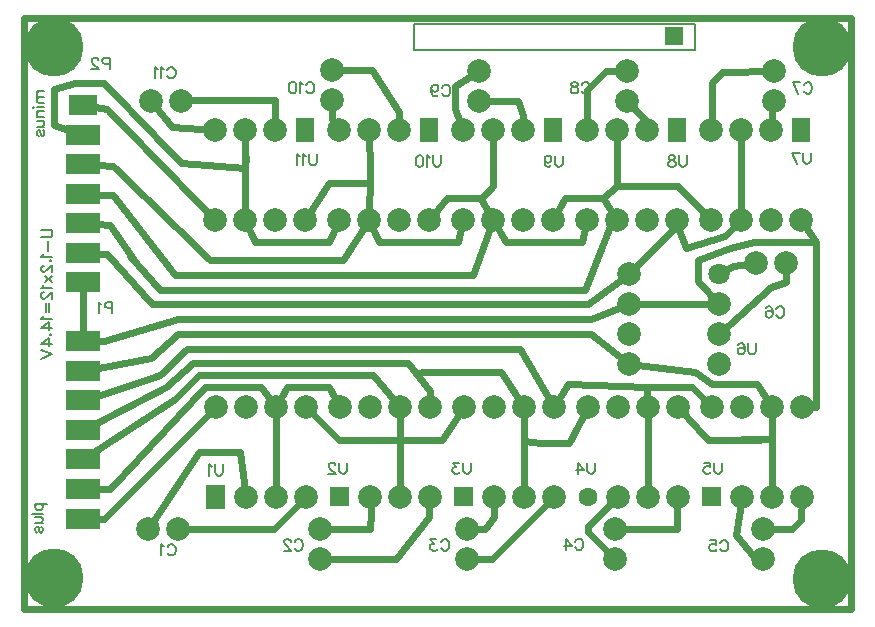
<source format=gbl>
G04 Layer: BottomLayer*
G04 EasyEDA v6.4.25, 2021-10-09T05:44:53+02:00*
G04 3c18a9597c8044bdbc100f5c1c0a61b4,11806c6667b54f078b534f3636c84428,10*
G04 Gerber Generator version 0.2*
G04 Scale: 100 percent, Rotated: No, Reflected: No *
G04 Dimensions in millimeters *
G04 leading zeros omitted , absolute positions ,4 integer and 5 decimal *
%FSLAX45Y45*%
%MOMM*%

%ADD11R,3.0000X1.8000*%
%ADD12R,2.4000X1.8000*%
%ADD13R,1.6002X2.0000*%
%ADD14C,2.0000*%
%ADD16C,1.6002*%
%ADD17C,1.8000*%
%ADD18C,5.0000*%
%ADD19C,0.5999*%
%ADD20C,0.2000*%
%ADD21C,0.2032*%
%ADD22R,1.5240X1.5240*%

%LPD*%
D21*
X745236Y2594102D02*
G01*
X745236Y2498852D01*
X745236Y2594102D02*
G01*
X704342Y2594102D01*
X690371Y2589529D01*
X686054Y2585212D01*
X681736Y2576068D01*
X681736Y2562352D01*
X686054Y2553207D01*
X690371Y2548636D01*
X704342Y2544063D01*
X745236Y2544063D01*
X651255Y2576068D02*
G01*
X642620Y2580639D01*
X628904Y2594102D01*
X628904Y2498852D01*
X722629Y4663439D02*
G01*
X722629Y4567936D01*
X722629Y4663439D02*
G01*
X681736Y4663439D01*
X668020Y4658868D01*
X663447Y4654295D01*
X658876Y4645152D01*
X658876Y4631436D01*
X663447Y4622545D01*
X668020Y4617973D01*
X681736Y4613402D01*
X722629Y4613402D01*
X624331Y4640579D02*
G01*
X624331Y4645152D01*
X620013Y4654295D01*
X615442Y4658868D01*
X606297Y4663439D01*
X588010Y4663439D01*
X579120Y4658868D01*
X574547Y4654295D01*
X569976Y4645152D01*
X569976Y4636007D01*
X574547Y4627118D01*
X583437Y4613402D01*
X628904Y4567936D01*
X565404Y4567936D01*
X1679193Y1219962D02*
G01*
X1679193Y1151636D01*
X1674622Y1138173D01*
X1665224Y1129029D01*
X1652015Y1124457D01*
X1642872Y1124457D01*
X1629156Y1129029D01*
X1619758Y1138173D01*
X1615440Y1151636D01*
X1615440Y1219962D01*
X1585722Y1201673D02*
G01*
X1576324Y1206245D01*
X1562608Y1219962D01*
X1562608Y1124457D01*
X2729738Y1234439D02*
G01*
X2729738Y1166113D01*
X2725165Y1152652D01*
X2716022Y1143507D01*
X2702559Y1138936D01*
X2693415Y1138936D01*
X2679700Y1143507D01*
X2670556Y1152652D01*
X2665984Y1166113D01*
X2665984Y1234439D01*
X2631440Y1211579D02*
G01*
X2631440Y1216152D01*
X2627122Y1225295D01*
X2622550Y1229868D01*
X2613406Y1234439D01*
X2595118Y1234439D01*
X2586227Y1229868D01*
X2581656Y1225295D01*
X2577084Y1216152D01*
X2577084Y1207007D01*
X2581656Y1198118D01*
X2590545Y1184402D01*
X2636011Y1138936D01*
X2572511Y1138936D01*
X3780027Y1234439D02*
G01*
X3780027Y1166113D01*
X3775456Y1152652D01*
X3766311Y1143507D01*
X3752850Y1138936D01*
X3743706Y1138936D01*
X3729990Y1143507D01*
X3720845Y1152652D01*
X3716274Y1166113D01*
X3716274Y1234439D01*
X3677411Y1234439D02*
G01*
X3627374Y1234439D01*
X3654552Y1198118D01*
X3640836Y1198118D01*
X3631945Y1193545D01*
X3627374Y1188973D01*
X3622802Y1175257D01*
X3622802Y1166113D01*
X3627374Y1152652D01*
X3636518Y1143507D01*
X3649979Y1138936D01*
X3663695Y1138936D01*
X3677411Y1143507D01*
X3681729Y1148079D01*
X3686302Y1157223D01*
X4830318Y1234439D02*
G01*
X4830318Y1166113D01*
X4825745Y1152652D01*
X4816602Y1143507D01*
X4803140Y1138936D01*
X4793995Y1138936D01*
X4780279Y1143507D01*
X4771136Y1152652D01*
X4766563Y1166113D01*
X4766563Y1234439D01*
X4691125Y1234439D02*
G01*
X4736591Y1170686D01*
X4668520Y1170686D01*
X4691125Y1234439D02*
G01*
X4691125Y1138936D01*
X5904991Y1234947D02*
G01*
X5904991Y1166621D01*
X5900420Y1153160D01*
X5891275Y1144015D01*
X5877813Y1139444D01*
X5868670Y1139444D01*
X5854954Y1144015D01*
X5845809Y1153160D01*
X5841238Y1166621D01*
X5841238Y1234947D01*
X5756909Y1234947D02*
G01*
X5802375Y1234947D01*
X5806693Y1194054D01*
X5802375Y1198626D01*
X5788659Y1202944D01*
X5774943Y1202944D01*
X5761481Y1198626D01*
X5752338Y1189481D01*
X5747765Y1175765D01*
X5747765Y1166621D01*
X5752338Y1153160D01*
X5761481Y1144015D01*
X5774943Y1139444D01*
X5788659Y1139444D01*
X5802375Y1144015D01*
X5806693Y1148587D01*
X5811265Y1157731D01*
X6193027Y2246121D02*
G01*
X6193027Y2177795D01*
X6188709Y2164334D01*
X6179311Y2155189D01*
X6166104Y2150618D01*
X6156959Y2150618D01*
X6143243Y2155189D01*
X6133845Y2164334D01*
X6129527Y2177795D01*
X6129527Y2246121D01*
X6044945Y2232405D02*
G01*
X6049772Y2241550D01*
X6062979Y2246121D01*
X6072377Y2246121D01*
X6086093Y2241550D01*
X6094729Y2227834D01*
X6099556Y2205228D01*
X6099556Y2182368D01*
X6094729Y2164334D01*
X6086093Y2155189D01*
X6072377Y2150618D01*
X6067806Y2150618D01*
X6054090Y2155189D01*
X6044945Y2164334D01*
X6040627Y2177795D01*
X6040627Y2182368D01*
X6044945Y2196084D01*
X6054090Y2205228D01*
X6067806Y2209800D01*
X6072377Y2209800D01*
X6086093Y2205228D01*
X6094729Y2196084D01*
X6099556Y2182368D01*
X6657340Y3858768D02*
G01*
X6657340Y3790442D01*
X6652768Y3776979D01*
X6643624Y3767836D01*
X6630161Y3763263D01*
X6621018Y3763263D01*
X6607302Y3767836D01*
X6598158Y3776979D01*
X6593586Y3790442D01*
X6593586Y3858768D01*
X6500113Y3858768D02*
G01*
X6545579Y3763263D01*
X6563613Y3858768D02*
G01*
X6500113Y3858768D01*
X5606795Y3835907D02*
G01*
X5606795Y3767581D01*
X5602224Y3754120D01*
X5593079Y3744976D01*
X5579618Y3740404D01*
X5570474Y3740404D01*
X5556758Y3744976D01*
X5547613Y3754120D01*
X5543041Y3767581D01*
X5543041Y3835907D01*
X5490463Y3835907D02*
G01*
X5504179Y3831336D01*
X5508497Y3822192D01*
X5508497Y3813047D01*
X5504179Y3803904D01*
X5495036Y3799586D01*
X5476747Y3795013D01*
X5463286Y3790442D01*
X5454141Y3781297D01*
X5449570Y3772154D01*
X5449570Y3758692D01*
X5454141Y3749547D01*
X5458713Y3744976D01*
X5472175Y3740404D01*
X5490463Y3740404D01*
X5504179Y3744976D01*
X5508497Y3749547D01*
X5513070Y3758692D01*
X5513070Y3772154D01*
X5508497Y3781297D01*
X5499608Y3790442D01*
X5485891Y3795013D01*
X5467604Y3799586D01*
X5458713Y3803904D01*
X5454141Y3813047D01*
X5454141Y3822192D01*
X5458713Y3831336D01*
X5472175Y3835907D01*
X5490463Y3835907D01*
X4556252Y3833621D02*
G01*
X4556252Y3765295D01*
X4551679Y3751834D01*
X4542536Y3742689D01*
X4529074Y3738118D01*
X4519929Y3738118D01*
X4506213Y3742689D01*
X4497070Y3751834D01*
X4492497Y3765295D01*
X4492497Y3833621D01*
X4403597Y3801618D02*
G01*
X4408170Y3788155D01*
X4417059Y3779012D01*
X4430775Y3774439D01*
X4435347Y3774439D01*
X4449063Y3779012D01*
X4457954Y3788155D01*
X4462525Y3801618D01*
X4462525Y3806189D01*
X4457954Y3819905D01*
X4449063Y3829050D01*
X4435347Y3833621D01*
X4430775Y3833621D01*
X4417059Y3829050D01*
X4408170Y3819905D01*
X4403597Y3801618D01*
X4403597Y3779012D01*
X4408170Y3756405D01*
X4417059Y3742689D01*
X4430775Y3738118D01*
X4439920Y3738118D01*
X4453636Y3742689D01*
X4457954Y3751834D01*
X3525011Y3836415D02*
G01*
X3525011Y3768089D01*
X3520440Y3754628D01*
X3511295Y3745484D01*
X3497834Y3740912D01*
X3488690Y3740912D01*
X3474974Y3745484D01*
X3465829Y3754628D01*
X3461258Y3768089D01*
X3461258Y3836415D01*
X3431286Y3818128D02*
G01*
X3422395Y3822700D01*
X3408679Y3836415D01*
X3408679Y3740912D01*
X3351275Y3836415D02*
G01*
X3364991Y3831844D01*
X3374136Y3818128D01*
X3378708Y3795521D01*
X3378708Y3781805D01*
X3374136Y3759200D01*
X3364991Y3745484D01*
X3351275Y3740912D01*
X3342386Y3740912D01*
X3328670Y3745484D01*
X3319525Y3759200D01*
X3314954Y3781805D01*
X3314954Y3795521D01*
X3319525Y3818128D01*
X3328670Y3831844D01*
X3342386Y3836415D01*
X3351275Y3836415D01*
X2476754Y3847084D02*
G01*
X2476754Y3778757D01*
X2472181Y3765295D01*
X2463038Y3756152D01*
X2449575Y3751579D01*
X2440431Y3751579D01*
X2426715Y3756152D01*
X2417572Y3765295D01*
X2413000Y3778757D01*
X2413000Y3847084D01*
X2383027Y3828795D02*
G01*
X2374138Y3833368D01*
X2360422Y3847084D01*
X2360422Y3751579D01*
X2330450Y3828795D02*
G01*
X2321306Y3833368D01*
X2307590Y3847084D01*
X2307590Y3751579D01*
X1212088Y522731D02*
G01*
X1216406Y531876D01*
X1225804Y541020D01*
X1235202Y545592D01*
X1253236Y545592D01*
X1261872Y541020D01*
X1271270Y531876D01*
X1275588Y522731D01*
X1280668Y509270D01*
X1280668Y486410D01*
X1275588Y472694D01*
X1271270Y463804D01*
X1261872Y454660D01*
X1253236Y450087D01*
X1235202Y450087D01*
X1225804Y454660D01*
X1216406Y463804D01*
X1212088Y472694D01*
X1182370Y527304D02*
G01*
X1172972Y531876D01*
X1159255Y545592D01*
X1159255Y450087D01*
X6364477Y2534665D02*
G01*
X6368795Y2543810D01*
X6377940Y2552954D01*
X6387084Y2557526D01*
X6405372Y2557526D01*
X6414261Y2552954D01*
X6423406Y2543810D01*
X6427977Y2534665D01*
X6432550Y2521204D01*
X6432550Y2498344D01*
X6427977Y2484628D01*
X6423406Y2475737D01*
X6414261Y2466594D01*
X6405372Y2462021D01*
X6387084Y2462021D01*
X6377940Y2466594D01*
X6368795Y2475737D01*
X6364477Y2484628D01*
X6279895Y2543810D02*
G01*
X6284468Y2552954D01*
X6297929Y2557526D01*
X6307074Y2557526D01*
X6320790Y2552954D01*
X6329934Y2539237D01*
X6334252Y2516631D01*
X6334252Y2493771D01*
X6329934Y2475737D01*
X6320790Y2466594D01*
X6307074Y2462021D01*
X6302502Y2462021D01*
X6289040Y2466594D01*
X6279895Y2475737D01*
X6275324Y2489200D01*
X6275324Y2493771D01*
X6279895Y2507487D01*
X6289040Y2516631D01*
X6302502Y2521204D01*
X6307074Y2521204D01*
X6320790Y2516631D01*
X6329934Y2507487D01*
X6334252Y2493771D01*
X5891784Y557021D02*
G01*
X5896102Y566165D01*
X5905245Y575310D01*
X5914390Y579881D01*
X5932677Y579881D01*
X5941568Y575310D01*
X5950711Y566165D01*
X5955284Y557021D01*
X5959856Y543560D01*
X5959856Y520700D01*
X5955284Y506984D01*
X5950711Y498094D01*
X5941568Y488950D01*
X5932677Y484378D01*
X5914390Y484378D01*
X5905245Y488950D01*
X5896102Y498094D01*
X5891784Y506984D01*
X5807202Y579881D02*
G01*
X5852668Y579881D01*
X5857240Y538987D01*
X5852668Y543560D01*
X5838952Y547878D01*
X5825236Y547878D01*
X5811774Y543560D01*
X5802629Y534415D01*
X5798058Y520700D01*
X5798058Y511555D01*
X5802629Y498094D01*
X5811774Y488950D01*
X5825236Y484378D01*
X5838952Y484378D01*
X5852668Y488950D01*
X5857240Y493521D01*
X5861558Y502665D01*
X6600443Y4431029D02*
G01*
X6604761Y4439920D01*
X6613906Y4449063D01*
X6623050Y4453636D01*
X6641338Y4453636D01*
X6650227Y4449063D01*
X6659372Y4439920D01*
X6663943Y4431029D01*
X6668515Y4417313D01*
X6668515Y4394454D01*
X6663943Y4380737D01*
X6659372Y4371847D01*
X6650227Y4362704D01*
X6641338Y4358131D01*
X6623050Y4358131D01*
X6613906Y4362704D01*
X6604761Y4371847D01*
X6600443Y4380737D01*
X6506718Y4453636D02*
G01*
X6552184Y4358131D01*
X6570218Y4453636D02*
G01*
X6506718Y4453636D01*
X1211579Y4560823D02*
G01*
X1216406Y4569968D01*
X1225295Y4579112D01*
X1234693Y4583684D01*
X1252727Y4583684D01*
X1261363Y4579112D01*
X1270761Y4569968D01*
X1275079Y4560823D01*
X1279906Y4547362D01*
X1279906Y4524502D01*
X1275079Y4510786D01*
X1270761Y4501895D01*
X1261363Y4492752D01*
X1252727Y4488179D01*
X1234693Y4488179D01*
X1225295Y4492752D01*
X1216406Y4501895D01*
X1211579Y4510786D01*
X1181861Y4565395D02*
G01*
X1172463Y4569968D01*
X1159255Y4583684D01*
X1159255Y4488179D01*
X1129029Y4565395D02*
G01*
X1120139Y4569968D01*
X1106423Y4583684D01*
X1106423Y4488179D01*
X142239Y3205987D02*
G01*
X210565Y3205987D01*
X223773Y3201415D01*
X233171Y3192271D01*
X237489Y3178555D01*
X237489Y3169665D01*
X233171Y3155695D01*
X223773Y3146805D01*
X210565Y3141979D01*
X142239Y3141979D01*
X196850Y3112007D02*
G01*
X196850Y3030473D01*
X160273Y3000247D02*
G01*
X155955Y2991357D01*
X142239Y2977895D01*
X237489Y2977895D01*
X215137Y2943097D02*
G01*
X219455Y2947923D01*
X223773Y2943097D01*
X219455Y2938779D01*
X215137Y2943097D01*
X165100Y2903981D02*
G01*
X160273Y2903981D01*
X151384Y2899663D01*
X146557Y2894837D01*
X142239Y2885947D01*
X142239Y2867913D01*
X146557Y2858515D01*
X151384Y2854197D01*
X160273Y2849371D01*
X169671Y2849371D01*
X178307Y2854197D01*
X192023Y2863087D01*
X237489Y2908807D01*
X237489Y2845054D01*
X173989Y2815081D02*
G01*
X237489Y2764789D01*
X173989Y2764789D02*
G01*
X237489Y2815081D01*
X160273Y2735071D02*
G01*
X155955Y2725673D01*
X142239Y2712465D01*
X237489Y2712465D01*
X165100Y2677921D02*
G01*
X160273Y2677921D01*
X151384Y2673095D01*
X146557Y2668523D01*
X142239Y2659379D01*
X142239Y2641345D01*
X146557Y2632455D01*
X151384Y2627629D01*
X160273Y2623057D01*
X169671Y2623057D01*
X178307Y2627629D01*
X192023Y2636773D01*
X237489Y2682239D01*
X237489Y2618739D01*
X183134Y2588513D02*
G01*
X183134Y2506979D01*
X210565Y2588513D02*
G01*
X210565Y2506979D01*
X160273Y2477007D02*
G01*
X155955Y2467863D01*
X142239Y2454147D01*
X237489Y2454147D01*
X142239Y2378455D02*
G01*
X205739Y2423921D01*
X205739Y2356104D01*
X142239Y2378455D02*
G01*
X237489Y2378455D01*
X219455Y2316987D02*
G01*
X223773Y2321305D01*
X219455Y2325623D01*
X215137Y2321305D01*
X219455Y2316987D01*
X228600Y2316987D01*
X237489Y2325623D01*
X142239Y2241295D02*
G01*
X205739Y2287015D01*
X205739Y2218689D01*
X142239Y2241295D02*
G01*
X237489Y2241295D01*
X142239Y2188463D02*
G01*
X237489Y2152395D01*
X142239Y2116073D02*
G01*
X237489Y2152395D01*
X93726Y887476D02*
G01*
X188976Y887476D01*
X107187Y887476D02*
G01*
X98044Y878331D01*
X93726Y869187D01*
X93726Y855726D01*
X98044Y846581D01*
X107187Y837437D01*
X120904Y832865D01*
X130047Y832865D01*
X143510Y837437D01*
X152654Y846581D01*
X157226Y855726D01*
X157226Y869187D01*
X152654Y878331D01*
X143510Y887476D01*
X61721Y802894D02*
G01*
X157226Y802894D01*
X93726Y772921D02*
G01*
X138937Y772921D01*
X152654Y768350D01*
X157226Y759205D01*
X157226Y745744D01*
X152654Y736600D01*
X138937Y722884D01*
X93726Y722884D02*
G01*
X157226Y722884D01*
X107187Y642873D02*
G01*
X98044Y647445D01*
X93726Y661162D01*
X93726Y674623D01*
X98044Y688339D01*
X107187Y692912D01*
X116331Y688339D01*
X120904Y679195D01*
X125476Y656589D01*
X130047Y647445D01*
X138937Y642873D01*
X143510Y642873D01*
X152654Y647445D01*
X157226Y661162D01*
X157226Y674623D01*
X152654Y688339D01*
X143510Y692912D01*
X106426Y4379721D02*
G01*
X169926Y4379721D01*
X124460Y4379721D02*
G01*
X110744Y4366005D01*
X106426Y4357115D01*
X106426Y4343400D01*
X110744Y4334255D01*
X124460Y4329684D01*
X169926Y4329684D01*
X124460Y4329684D02*
G01*
X110744Y4315968D01*
X106426Y4307078D01*
X106426Y4293362D01*
X110744Y4284218D01*
X124460Y4279645D01*
X169926Y4279645D01*
X74421Y4249673D02*
G01*
X78994Y4245102D01*
X74421Y4240529D01*
X69850Y4245102D01*
X74421Y4249673D01*
X106426Y4245102D02*
G01*
X169926Y4245102D01*
X106426Y4210557D02*
G01*
X169926Y4210557D01*
X124460Y4210557D02*
G01*
X110744Y4197095D01*
X106426Y4187952D01*
X106426Y4174236D01*
X110744Y4165092D01*
X124460Y4160520D01*
X169926Y4160520D01*
X106426Y4130547D02*
G01*
X151384Y4130547D01*
X165100Y4125976D01*
X169926Y4117086D01*
X169926Y4103370D01*
X165100Y4094226D01*
X151384Y4080510D01*
X106426Y4080510D02*
G01*
X169926Y4080510D01*
X119634Y4000754D02*
G01*
X110744Y4005071D01*
X106426Y4018787D01*
X106426Y4032504D01*
X110744Y4045965D01*
X119634Y4050537D01*
X129031Y4045965D01*
X133350Y4037076D01*
X138176Y4014215D01*
X142747Y4005071D01*
X151384Y4000754D01*
X156210Y4000754D01*
X165100Y4005071D01*
X169926Y4018787D01*
X169926Y4032504D01*
X165100Y4045965D01*
X156210Y4050537D01*
X2288031Y563626D02*
G01*
X2292350Y572770D01*
X2301493Y581913D01*
X2310638Y586486D01*
X2328925Y586486D01*
X2337815Y581913D01*
X2346959Y572770D01*
X2351531Y563626D01*
X2356104Y550163D01*
X2356104Y527304D01*
X2351531Y513587D01*
X2346959Y504697D01*
X2337815Y495554D01*
X2328925Y490981D01*
X2310638Y490981D01*
X2301493Y495554D01*
X2292350Y504697D01*
X2288031Y513587D01*
X2253488Y563626D02*
G01*
X2253488Y568197D01*
X2248915Y577342D01*
X2244343Y581913D01*
X2235200Y586486D01*
X2216911Y586486D01*
X2208022Y581913D01*
X2203450Y577342D01*
X2198877Y568197D01*
X2198877Y559054D01*
X2203450Y550163D01*
X2212593Y536447D01*
X2257806Y490981D01*
X2194306Y490981D01*
X3527297Y562355D02*
G01*
X3531615Y571500D01*
X3540759Y580644D01*
X3549904Y585215D01*
X3568191Y585215D01*
X3577081Y580644D01*
X3586225Y571500D01*
X3590797Y562355D01*
X3595370Y548894D01*
X3595370Y526034D01*
X3590797Y512318D01*
X3586225Y503428D01*
X3577081Y494284D01*
X3568191Y489712D01*
X3549904Y489712D01*
X3540759Y494284D01*
X3531615Y503428D01*
X3527297Y512318D01*
X3488181Y585215D02*
G01*
X3438143Y585215D01*
X3465322Y548894D01*
X3451859Y548894D01*
X3442715Y544321D01*
X3438143Y539750D01*
X3433572Y526034D01*
X3433572Y516889D01*
X3438143Y503428D01*
X3447288Y494284D01*
X3460750Y489712D01*
X3474465Y489712D01*
X3488181Y494284D01*
X3492754Y498855D01*
X3497072Y508000D01*
X4664202Y567181D02*
G01*
X4668520Y576326D01*
X4677663Y585470D01*
X4686808Y590042D01*
X4705095Y590042D01*
X4713986Y585470D01*
X4723129Y576326D01*
X4727702Y567181D01*
X4732274Y553720D01*
X4732274Y530860D01*
X4727702Y517144D01*
X4723129Y508254D01*
X4713986Y499110D01*
X4705095Y494537D01*
X4686808Y494537D01*
X4677663Y499110D01*
X4668520Y508254D01*
X4664202Y517144D01*
X4588763Y590042D02*
G01*
X4633975Y526287D01*
X4565904Y526287D01*
X4588763Y590042D02*
G01*
X4588763Y494537D01*
X4718558Y4433823D02*
G01*
X4722875Y4442968D01*
X4732020Y4452112D01*
X4741163Y4456684D01*
X4759452Y4456684D01*
X4768341Y4452112D01*
X4777486Y4442968D01*
X4782058Y4433823D01*
X4786629Y4420362D01*
X4786629Y4397502D01*
X4782058Y4383786D01*
X4777486Y4374895D01*
X4768341Y4365752D01*
X4759452Y4361179D01*
X4741163Y4361179D01*
X4732020Y4365752D01*
X4722875Y4374895D01*
X4718558Y4383786D01*
X4665725Y4456684D02*
G01*
X4679441Y4452112D01*
X4684013Y4442968D01*
X4684013Y4433823D01*
X4679441Y4424679D01*
X4670297Y4420362D01*
X4652009Y4415789D01*
X4638547Y4411218D01*
X4629404Y4402073D01*
X4624831Y4392929D01*
X4624831Y4379468D01*
X4629404Y4370323D01*
X4633975Y4365752D01*
X4647438Y4361179D01*
X4665725Y4361179D01*
X4679441Y4365752D01*
X4684013Y4370323D01*
X4688331Y4379468D01*
X4688331Y4392929D01*
X4684013Y4402073D01*
X4674870Y4411218D01*
X4661154Y4415789D01*
X4643120Y4420362D01*
X4633975Y4424679D01*
X4629404Y4433823D01*
X4629404Y4442968D01*
X4633975Y4452112D01*
X4647438Y4456684D01*
X4665725Y4456684D01*
X3535934Y4410710D02*
G01*
X3540252Y4419854D01*
X3549395Y4428997D01*
X3558540Y4433570D01*
X3576827Y4433570D01*
X3585718Y4428997D01*
X3594861Y4419854D01*
X3599434Y4410710D01*
X3604006Y4397247D01*
X3604006Y4374387D01*
X3599434Y4360671D01*
X3594861Y4351781D01*
X3585718Y4342637D01*
X3576827Y4338065D01*
X3558540Y4338065D01*
X3549395Y4342637D01*
X3540252Y4351781D01*
X3535934Y4360671D01*
X3446779Y4401565D02*
G01*
X3451352Y4388104D01*
X3460495Y4378960D01*
X3473958Y4374387D01*
X3478529Y4374387D01*
X3492245Y4378960D01*
X3501390Y4388104D01*
X3505708Y4401565D01*
X3505708Y4406137D01*
X3501390Y4419854D01*
X3492245Y4428997D01*
X3478529Y4433570D01*
X3473958Y4433570D01*
X3460495Y4428997D01*
X3451352Y4419854D01*
X3446779Y4401565D01*
X3446779Y4378960D01*
X3451352Y4356354D01*
X3460495Y4342637D01*
X3473958Y4338065D01*
X3483102Y4338065D01*
X3496818Y4342637D01*
X3501390Y4351781D01*
X2386329Y4435347D02*
G01*
X2390647Y4444492D01*
X2399791Y4453636D01*
X2408936Y4458207D01*
X2427224Y4458207D01*
X2436113Y4453636D01*
X2445258Y4444492D01*
X2449829Y4435347D01*
X2454402Y4421886D01*
X2454402Y4399026D01*
X2449829Y4385310D01*
X2445258Y4376420D01*
X2436113Y4367276D01*
X2427224Y4362704D01*
X2408936Y4362704D01*
X2399791Y4367276D01*
X2390647Y4376420D01*
X2386329Y4385310D01*
X2356104Y4439920D02*
G01*
X2347213Y4444492D01*
X2333497Y4458207D01*
X2333497Y4362704D01*
X2276093Y4458207D02*
G01*
X2289809Y4453636D01*
X2298954Y4439920D01*
X2303525Y4417313D01*
X2303525Y4403597D01*
X2298954Y4380992D01*
X2289809Y4367276D01*
X2276093Y4362704D01*
X2267204Y4362704D01*
X2253488Y4367276D01*
X2244343Y4380992D01*
X2239772Y4403597D01*
X2239772Y4417313D01*
X2244343Y4439920D01*
X2253488Y4453636D01*
X2267204Y4458207D01*
X2276093Y4458207D01*
D19*
X6583172Y1707642D02*
G01*
X6699758Y1707642D01*
X6700011Y3053334D01*
X6699986Y3099993D01*
X6699986Y3099993D02*
G01*
X6579108Y3292094D01*
X5118608Y2578862D02*
G01*
X5880608Y2578862D01*
X500126Y2261615D02*
G01*
X670052Y2261615D01*
X5118608Y2578862D02*
G01*
X4799990Y2449982D01*
X1299997Y2449982D01*
X670052Y2261615D01*
X500126Y2011934D02*
G01*
X1075004Y2124989D01*
X1299997Y2324988D01*
X4799990Y2324988D01*
X5118608Y2070862D01*
X5118608Y2070862D02*
G01*
X5674995Y1999995D01*
X5824981Y1899996D01*
X6199987Y1899996D01*
X6329172Y1707642D01*
X6329172Y1433931D02*
G01*
X6150102Y1424939D01*
X5791200Y1424939D01*
X5533390Y1707642D01*
X6329172Y1707642D02*
G01*
X6329172Y1433931D01*
X6329172Y945642D02*
G01*
X6329172Y1433931D01*
X5791200Y1424939D01*
X500126Y1760981D02*
G01*
X1150112Y1975104D01*
X1374902Y2199894D01*
X4199991Y2199995D01*
X4482591Y1708150D01*
X5274995Y1875002D02*
G01*
X4599990Y1899996D01*
X4482591Y1708150D01*
X5279390Y945642D02*
G01*
X5279390Y1707642D01*
X5821172Y1707642D02*
G01*
X5650001Y1875002D01*
X5274995Y1875002D01*
X5274995Y1875002D02*
G01*
X5279390Y1707642D01*
X500126Y1511300D02*
G01*
X1199997Y1875002D01*
X1424990Y2075002D01*
X3250006Y2075002D01*
X3432556Y1843582D01*
X4228591Y1708150D02*
G01*
X4033011Y1999995D01*
X3393440Y1999995D01*
X3314700Y1993900D01*
X3432556Y1843582D02*
G01*
X3432556Y1708150D01*
X4233189Y1414779D02*
G01*
X4228591Y1708150D01*
X4228591Y1708150D02*
G01*
X4228591Y1414779D01*
X4228591Y946150D01*
X4771390Y1707642D02*
G01*
X4609084Y1400047D01*
X4374895Y1400047D01*
X4228591Y1414779D01*
X500126Y1261618D02*
G01*
X1275003Y1775002D01*
X1475003Y1975002D01*
X2949981Y1975002D01*
X3178556Y1708150D01*
X3178556Y1425295D02*
G01*
X3178556Y1708150D01*
X3178556Y1425295D02*
G01*
X3178556Y946150D01*
X3178556Y1708150D02*
G01*
X3178556Y1425295D01*
X3178556Y1425295D02*
G01*
X2665628Y1425295D01*
X2382774Y1708150D01*
X3720591Y1708150D02*
G01*
X3534156Y1424939D01*
X3324859Y1424939D01*
X3178556Y1425295D01*
X2670556Y1708150D02*
G01*
X2575001Y1875002D01*
X2224989Y1875002D01*
X2128774Y1708150D01*
X2128774Y1708150D02*
G01*
X1999995Y1875002D01*
X1524990Y1875002D01*
X722960Y1011681D01*
X500126Y1011681D01*
X2128774Y1708150D02*
G01*
X2128774Y946150D01*
X1620774Y1708150D02*
G01*
X674115Y761492D01*
X500126Y761492D01*
X1870456Y3291586D02*
G01*
X1950008Y3099993D01*
X2575001Y3099993D01*
X2666238Y3292094D01*
X1870456Y3911904D02*
G01*
X1870456Y3291586D01*
X1870456Y4053586D02*
G01*
X1870456Y3911904D01*
X1875027Y3824986D02*
G01*
X1867661Y3729481D01*
X1324356Y3771137D01*
X674878Y4450079D01*
X424942Y4450079D01*
X250012Y4399991D01*
X249936Y4091431D01*
X494792Y4011421D01*
X494792Y3761486D02*
G01*
X750011Y3749979D01*
X1573022Y2949955D01*
X2700020Y2949955D01*
X2920238Y3292094D01*
X3716274Y3292094D02*
G01*
X3674999Y3099993D01*
X2999993Y3099993D01*
X2920238Y3292094D01*
X2924987Y3699992D02*
G01*
X2920238Y3292094D01*
X2920238Y3292094D02*
G01*
X2924987Y3699992D01*
X2920238Y4054094D01*
X2378456Y3291586D02*
G01*
X2582672Y3599687D01*
X2820924Y3600450D01*
X2924987Y3599992D01*
X750011Y3499993D02*
G01*
X1275003Y2824987D01*
X3799992Y2824987D01*
X3970274Y3292094D01*
X4767072Y3292094D02*
G01*
X4724984Y3099993D01*
X4074998Y3099993D01*
X3970274Y3292094D01*
X3863340Y3468776D02*
G01*
X3970274Y3292094D01*
X3874998Y3474999D02*
G01*
X3970274Y3574897D01*
X3970274Y4054094D01*
X3428238Y3292094D02*
G01*
X3574999Y3474999D01*
X3870959Y3475837D01*
X4989728Y3323437D02*
G01*
X4750003Y2699994D01*
X1150010Y2699994D01*
X896620Y2987039D01*
X4989728Y3323437D02*
G01*
X5021072Y3292094D01*
X4899990Y3474999D02*
G01*
X5021072Y3292094D01*
X5021072Y3575507D02*
G01*
X4899990Y3474999D01*
X5021072Y3575507D02*
G01*
X5021072Y4054094D01*
X5817108Y3292094D02*
G01*
X5533694Y3575507D01*
X5021072Y3575507D01*
X4478274Y3292094D02*
G01*
X4574997Y3474999D01*
X4899990Y3474999D01*
X494792Y3011423D02*
G01*
X699998Y2999994D01*
X1080007Y2575052D01*
X4774945Y2575052D01*
X5118608Y2832862D01*
X6071108Y3292094D02*
G01*
X5934608Y3155594D01*
X5599988Y3049981D01*
X5529072Y3243326D01*
X6071108Y4054094D02*
G01*
X6071108Y3292094D01*
X5529072Y3243326D02*
G01*
X5118608Y2832862D01*
X5529072Y3292094D02*
G01*
X5529072Y3243326D01*
X1048004Y674623D02*
G01*
X1475003Y1324990D01*
X1824990Y1324990D01*
X1874774Y946150D01*
X1302004Y674623D02*
G01*
X2111247Y674623D01*
X2382774Y946150D01*
X2501138Y676910D02*
G01*
X2657347Y676910D01*
X2674874Y674878D02*
G01*
X2924987Y675004D01*
X2942081Y944371D01*
X2501138Y422910D02*
G01*
X3147822Y422910D01*
X3424986Y775004D01*
X3432556Y946150D01*
X3751072Y676910D02*
G01*
X3899992Y675004D01*
X3974591Y774700D01*
X3974591Y946150D01*
X3751072Y422910D02*
G01*
X3959352Y422910D01*
X4482591Y946150D01*
X5001006Y673100D02*
G01*
X5523229Y673100D01*
X5524982Y799998D01*
X5533390Y945642D01*
X6452108Y2924555D02*
G01*
X6452108Y2768345D01*
X6452108Y2768345D02*
G01*
X6324981Y2724988D01*
X5880608Y2324862D01*
X6198108Y2924555D02*
G01*
X5999988Y2899994D01*
X5880608Y2832862D01*
X6349238Y4298187D02*
G01*
X6325108Y4118610D01*
X6325108Y4054094D01*
X6349238Y4552187D02*
G01*
X5902452Y4544313D01*
X5821425Y4445507D01*
X5824981Y4199991D01*
X5817108Y4054094D01*
X5099304Y4298187D02*
G01*
X5275072Y4122420D01*
X5275072Y4054094D01*
X5099558Y4551679D02*
G01*
X4924983Y4549978D01*
X4767072Y4392168D01*
X4767072Y4054094D01*
X3850893Y4297679D02*
G01*
X4007104Y4297679D01*
X4007104Y4297679D02*
G01*
X4174997Y4299991D01*
X4224985Y4174997D01*
X4224274Y4054094D01*
X3851147Y4551171D02*
G01*
X3650005Y4424984D01*
X3650005Y4224985D01*
X2600706Y4555744D02*
G01*
X2944368Y4555744D01*
X3175000Y4199991D01*
X3174238Y4054094D01*
X2600452Y4302252D02*
G01*
X2600452Y4146042D01*
X2600452Y4146042D02*
G01*
X2666238Y4080255D01*
X2666238Y4054094D01*
X1326134Y4301489D02*
G01*
X2123440Y4301489D01*
X2124989Y4174997D01*
X2124456Y4053586D01*
X1072642Y4300981D02*
G01*
X1249984Y4074998D01*
X1616456Y4053586D01*
X6250940Y418592D02*
G01*
X6223000Y388365D01*
X6024981Y624992D01*
X6075172Y945642D01*
X6250940Y672592D02*
G01*
X6499986Y675004D01*
X6574993Y749985D01*
X6583172Y945642D01*
X1616456Y3291586D02*
G01*
X699998Y4224985D01*
X494792Y4261612D01*
X5001006Y419100D02*
G01*
X4774996Y645109D01*
X4774996Y695248D01*
X5025390Y945642D01*
X6699986Y3099993D02*
G01*
X6174993Y3099993D01*
X5974994Y3049981D01*
X5699988Y2949981D01*
X5699988Y2775000D01*
X5880608Y2578862D01*
D20*
X3299993Y4724984D02*
G01*
X3299993Y4724984D01*
X5674995Y4724984D01*
X5674868Y4949952D01*
X3299968Y4949952D01*
X3299993Y4724984D01*
D19*
X924991Y2949981D02*
G01*
X724992Y3249980D01*
X494792Y3261613D01*
X750011Y3499993D02*
G01*
X494792Y3511550D01*
X3649979Y4225036D02*
G01*
X3716274Y4054094D01*
X500126Y2261615D02*
G01*
X494792Y2761487D01*
X6999986Y4999989D02*
G01*
X6999986Y0D01*
X0Y0D01*
X0Y4999989D01*
X6999986Y4999989D01*
D22*
G01*
X5499861Y4849876D03*
D11*
G01*
X500126Y2261615D03*
G01*
X500126Y2011426D03*
G01*
X500126Y1761489D03*
G01*
X500126Y1511554D03*
G01*
X500126Y1261618D03*
G01*
X500126Y1011428D03*
G01*
X500126Y761492D03*
D12*
G01*
X494792Y4261612D03*
D11*
G01*
X494792Y4011421D03*
G01*
X494792Y3761486D03*
G01*
X494792Y3511550D03*
G01*
X494792Y3261613D03*
G01*
X494792Y3011423D03*
G01*
X494792Y2761487D03*
G36*
X1540763Y1046149D02*
G01*
X1700784Y1046149D01*
X1700784Y846150D01*
X1540763Y846150D01*
G37*
D14*
G01*
X1874774Y946150D03*
G01*
X2128774Y946150D03*
G01*
X2382774Y946150D03*
G01*
X2382774Y1708150D03*
G01*
X2128774Y1708150D03*
G01*
X1874774Y1708150D03*
G01*
X1620774Y1708150D03*
G36*
X2590545Y1026160D02*
G01*
X2750565Y1026160D01*
X2750565Y866139D01*
X2590545Y866139D01*
G37*
G01*
X2924556Y946150D03*
G01*
X3178556Y946150D03*
G01*
X3432556Y946150D03*
G01*
X3432556Y1708150D03*
G01*
X3178556Y1708150D03*
G01*
X2924556Y1708150D03*
G01*
X2670556Y1708150D03*
G36*
X3640581Y1026160D02*
G01*
X3800602Y1026160D01*
X3800602Y866139D01*
X3640581Y866139D01*
G37*
G01*
X3974591Y946150D03*
G01*
X4228591Y946150D03*
G01*
X4482591Y946150D03*
G01*
X4482591Y1708150D03*
G01*
X4228591Y1708150D03*
G01*
X3974591Y1708150D03*
G01*
X3720591Y1708150D03*
D16*
G01*
X4771390Y945642D03*
D14*
G01*
X5025390Y945642D03*
G01*
X5279390Y945642D03*
G01*
X5533390Y945642D03*
G01*
X5533390Y1707642D03*
G01*
X5279390Y1707642D03*
G01*
X5025390Y1707642D03*
G01*
X4771390Y1707642D03*
G01*
X1048004Y674623D03*
G01*
X1302004Y674623D03*
G01*
X2501138Y676910D03*
G01*
X2501138Y422910D03*
G01*
X3751072Y676910D03*
G01*
X3751072Y422910D03*
G01*
X5001006Y419100D03*
G01*
X5001006Y673100D03*
G01*
X5880608Y2070862D03*
G01*
X5880608Y2324862D03*
G01*
X5880608Y2578862D03*
D17*
G01*
X5880608Y2832862D03*
D14*
G01*
X5118608Y2832862D03*
G01*
X5118608Y2578862D03*
G01*
X5118608Y2324862D03*
G01*
X5118608Y2070862D03*
D13*
G01*
X6579108Y4054094D03*
D14*
G01*
X6325108Y4054094D03*
G01*
X6071108Y4054094D03*
G01*
X5817108Y4054094D03*
G01*
X5817108Y3292094D03*
G01*
X6071108Y3292094D03*
G01*
X6325108Y3292094D03*
G01*
X6579108Y3292094D03*
D13*
G01*
X5529072Y4054094D03*
D14*
G01*
X5275072Y4054094D03*
G01*
X5021072Y4054094D03*
G01*
X4767072Y4054094D03*
G01*
X4767072Y3292094D03*
G01*
X5021072Y3292094D03*
G01*
X5275072Y3292094D03*
G01*
X5529072Y3292094D03*
D13*
G01*
X4478274Y4054094D03*
D14*
G01*
X4224274Y4054094D03*
G01*
X3970274Y4054094D03*
G01*
X3716274Y4054094D03*
G01*
X3716274Y3292094D03*
G01*
X3970274Y3292094D03*
G01*
X4224274Y3292094D03*
G01*
X4478274Y3292094D03*
D13*
G01*
X3428238Y4054094D03*
D14*
G01*
X3174238Y4054094D03*
G01*
X2920238Y4054094D03*
G01*
X2666238Y4054094D03*
G01*
X2666238Y3292094D03*
G01*
X2920238Y3292094D03*
G01*
X3174238Y3292094D03*
G01*
X3428238Y3292094D03*
D13*
G01*
X2378456Y4053586D03*
D14*
G01*
X2124456Y4053586D03*
G01*
X1870456Y4053586D03*
G01*
X1616456Y4053586D03*
G01*
X1616456Y3291586D03*
G01*
X1870456Y3291586D03*
G01*
X2124456Y3291586D03*
G01*
X2378456Y3291586D03*
G36*
X5741161Y1025652D02*
G01*
X5901181Y1025652D01*
X5901181Y865631D01*
X5741161Y865631D01*
G37*
G01*
X6075172Y945642D03*
G01*
X6329172Y945642D03*
G01*
X6583172Y945642D03*
G01*
X6583172Y1707642D03*
G01*
X6329172Y1707642D03*
G01*
X6075172Y1707642D03*
G01*
X5821172Y1707642D03*
G01*
X6250940Y418592D03*
G01*
X6250940Y672592D03*
G01*
X6452108Y2924555D03*
G01*
X6198108Y2924555D03*
G01*
X6349238Y4298187D03*
G01*
X6349238Y4552187D03*
G01*
X5099558Y4297679D03*
G01*
X5099558Y4551679D03*
G01*
X3851147Y4297171D03*
G01*
X3851147Y4551171D03*
G01*
X2600706Y4555744D03*
G01*
X2600706Y4301744D03*
G01*
X1326388Y4300981D03*
G01*
X1072387Y4300981D03*
D18*
G01*
X6750050Y4750054D03*
G01*
X6750050Y249936D03*
G01*
X254254Y4754879D03*
G01*
X254254Y255015D03*
M02*

</source>
